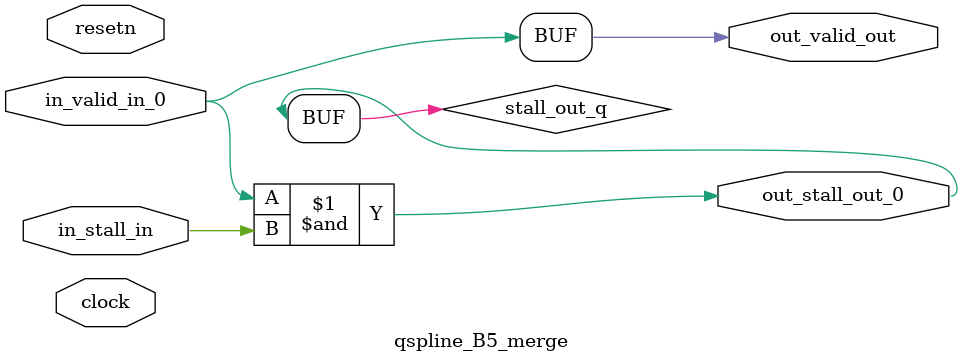
<source format=sv>



(* altera_attribute = "-name AUTO_SHIFT_REGISTER_RECOGNITION OFF; -name MESSAGE_DISABLE 10036; -name MESSAGE_DISABLE 10037; -name MESSAGE_DISABLE 14130; -name MESSAGE_DISABLE 14320; -name MESSAGE_DISABLE 15400; -name MESSAGE_DISABLE 14130; -name MESSAGE_DISABLE 10036; -name MESSAGE_DISABLE 12020; -name MESSAGE_DISABLE 12030; -name MESSAGE_DISABLE 12010; -name MESSAGE_DISABLE 12110; -name MESSAGE_DISABLE 14320; -name MESSAGE_DISABLE 13410; -name MESSAGE_DISABLE 113007; -name MESSAGE_DISABLE 10958" *)
module qspline_B5_merge (
    input wire [0:0] in_stall_in,
    input wire [0:0] in_valid_in_0,
    output wire [0:0] out_stall_out_0,
    output wire [0:0] out_valid_out,
    input wire clock,
    input wire resetn
    );

    wire [0:0] stall_out_q;


    // stall_out(LOGICAL,6)
    assign stall_out_q = in_valid_in_0 & in_stall_in;

    // out_stall_out_0(GPOUT,4)
    assign out_stall_out_0 = stall_out_q;

    // out_valid_out(GPOUT,5)
    assign out_valid_out = in_valid_in_0;

endmodule

</source>
